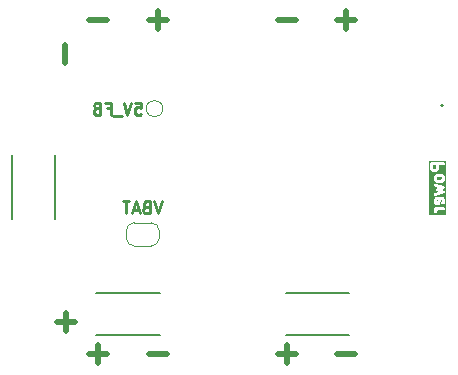
<source format=gbr>
%TF.GenerationSoftware,KiCad,Pcbnew,9.0.2*%
%TF.CreationDate,2025-07-12T02:52:05+01:00*%
%TF.ProjectId,PDB_AURA,5044425f-4155-4524-912e-6b696361645f,rev?*%
%TF.SameCoordinates,Original*%
%TF.FileFunction,Legend,Bot*%
%TF.FilePolarity,Positive*%
%FSLAX46Y46*%
G04 Gerber Fmt 4.6, Leading zero omitted, Abs format (unit mm)*
G04 Created by KiCad (PCBNEW 9.0.2) date 2025-07-12 02:52:05*
%MOMM*%
%LPD*%
G01*
G04 APERTURE LIST*
%ADD10C,0.500000*%
%ADD11C,0.250000*%
%ADD12C,0.200000*%
%ADD13C,0.120000*%
G04 APERTURE END LIST*
D10*
X65261904Y-89137333D02*
X63738095Y-89137333D01*
X64499999Y-89899238D02*
X64499999Y-88375428D01*
X86261904Y-89137333D02*
X84738095Y-89137333D01*
X81261904Y-89137333D02*
X79738095Y-89137333D01*
X80499999Y-89899238D02*
X80499999Y-88375428D01*
X70261904Y-89137333D02*
X68738095Y-89137333D01*
X61637333Y-62988095D02*
X61637333Y-64511905D01*
D11*
G36*
X93172303Y-76261098D02*
G01*
X93157952Y-76232396D01*
X93157952Y-76100936D01*
X93173740Y-76069359D01*
X93205318Y-76053571D01*
X93213809Y-76053571D01*
X93172303Y-76261098D01*
G37*
G36*
X93530336Y-74126541D02*
G01*
X93549268Y-74145473D01*
X93574619Y-74196174D01*
X93574619Y-74280014D01*
X93549268Y-74330715D01*
X93530336Y-74349648D01*
X93479634Y-74374999D01*
X93252937Y-74374999D01*
X93202235Y-74349648D01*
X93183302Y-74330716D01*
X93157952Y-74280015D01*
X93157952Y-74196174D01*
X93183302Y-74145472D01*
X93202235Y-74126540D01*
X93252937Y-74101190D01*
X93479634Y-74101190D01*
X93530336Y-74126541D01*
G37*
G36*
X93098428Y-73375252D02*
G01*
X93073077Y-73425953D01*
X93054145Y-73444886D01*
X93003444Y-73470237D01*
X92919604Y-73470237D01*
X92868902Y-73444886D01*
X92849969Y-73425954D01*
X92824619Y-73375253D01*
X92824619Y-73148809D01*
X93098428Y-73148809D01*
X93098428Y-73375252D01*
G37*
G36*
X93949619Y-77366645D02*
G01*
X92449619Y-77366645D01*
X92449619Y-77023809D01*
X92907952Y-77023809D01*
X92907952Y-77119047D01*
X92910354Y-77143433D01*
X92929018Y-77188493D01*
X92963506Y-77222981D01*
X93008566Y-77241645D01*
X93057338Y-77241645D01*
X93102398Y-77222981D01*
X93136886Y-77188493D01*
X93155550Y-77143433D01*
X93157952Y-77119047D01*
X93157952Y-77053317D01*
X93183302Y-77002615D01*
X93202235Y-76983683D01*
X93252937Y-76958333D01*
X93699619Y-76958333D01*
X93724005Y-76955931D01*
X93769065Y-76937267D01*
X93803553Y-76902779D01*
X93822217Y-76857719D01*
X93822217Y-76808947D01*
X93803553Y-76763887D01*
X93769065Y-76729399D01*
X93724005Y-76710735D01*
X93699619Y-76708333D01*
X93032952Y-76708333D01*
X93008566Y-76710735D01*
X92963506Y-76729399D01*
X92929018Y-76763887D01*
X92910354Y-76808947D01*
X92910354Y-76857719D01*
X92929018Y-76902779D01*
X92945481Y-76919242D01*
X92921149Y-76967907D01*
X92912391Y-76990793D01*
X92912072Y-76995274D01*
X92910354Y-76999423D01*
X92907952Y-77023809D01*
X92449619Y-77023809D01*
X92449619Y-76071428D01*
X92907952Y-76071428D01*
X92907952Y-76261904D01*
X92910354Y-76286290D01*
X92912072Y-76290438D01*
X92912391Y-76294920D01*
X92921149Y-76317806D01*
X92968767Y-76413043D01*
X92971334Y-76417121D01*
X92971976Y-76419046D01*
X92974055Y-76421443D01*
X92981822Y-76433781D01*
X92993662Y-76444050D01*
X93003932Y-76455891D01*
X93016268Y-76463657D01*
X93018667Y-76465737D01*
X93020592Y-76466378D01*
X93024669Y-76468945D01*
X93119907Y-76516564D01*
X93142793Y-76525322D01*
X93147273Y-76525640D01*
X93151423Y-76527359D01*
X93175809Y-76529761D01*
X93270916Y-76529761D01*
X93271047Y-76529761D01*
X93295433Y-76527359D01*
X93306747Y-76522672D01*
X93318761Y-76520296D01*
X93329058Y-76513431D01*
X93340493Y-76508695D01*
X93349152Y-76500035D01*
X93359343Y-76493242D01*
X93366230Y-76482957D01*
X93374981Y-76474207D01*
X93379667Y-76462892D01*
X93386482Y-76452717D01*
X93393620Y-76429276D01*
X93468761Y-76053571D01*
X93527252Y-76053571D01*
X93558830Y-76069360D01*
X93574619Y-76100936D01*
X93574619Y-76232395D01*
X93540197Y-76301240D01*
X93531439Y-76324126D01*
X93527981Y-76372776D01*
X93543405Y-76419046D01*
X93575361Y-76455891D01*
X93618984Y-76477703D01*
X93667634Y-76481161D01*
X93713904Y-76465737D01*
X93750749Y-76433781D01*
X93763803Y-76413044D01*
X93811422Y-76317806D01*
X93820180Y-76294920D01*
X93820498Y-76290439D01*
X93822217Y-76286290D01*
X93824619Y-76261904D01*
X93824619Y-76071428D01*
X93822217Y-76047042D01*
X93820498Y-76042892D01*
X93820180Y-76038412D01*
X93811422Y-76015526D01*
X93763803Y-75920288D01*
X93761237Y-75916212D01*
X93760595Y-75914285D01*
X93758513Y-75911884D01*
X93750749Y-75899551D01*
X93738909Y-75889282D01*
X93728638Y-75877440D01*
X93716300Y-75869673D01*
X93713904Y-75867595D01*
X93711979Y-75866953D01*
X93707901Y-75864386D01*
X93612662Y-75816767D01*
X93589776Y-75808010D01*
X93585296Y-75807691D01*
X93581147Y-75805973D01*
X93556761Y-75803571D01*
X93175809Y-75803571D01*
X93151423Y-75805973D01*
X93147273Y-75807691D01*
X93142793Y-75808010D01*
X93119907Y-75816768D01*
X93024669Y-75864387D01*
X93020592Y-75866953D01*
X93018667Y-75867595D01*
X93016268Y-75869674D01*
X93003932Y-75877441D01*
X92993662Y-75889281D01*
X92981822Y-75899551D01*
X92974055Y-75911888D01*
X92971976Y-75914286D01*
X92971334Y-75916210D01*
X92968767Y-75920289D01*
X92921149Y-76015526D01*
X92912391Y-76038412D01*
X92912072Y-76042893D01*
X92910354Y-76047042D01*
X92907952Y-76071428D01*
X92449619Y-76071428D01*
X92449619Y-74823101D01*
X92908372Y-74823101D01*
X92913939Y-74871554D01*
X92937625Y-74914190D01*
X92975824Y-74944515D01*
X92998612Y-74953524D01*
X93313697Y-75043547D01*
X93177004Y-75098225D01*
X93155254Y-75109512D01*
X93154143Y-75110595D01*
X93152719Y-75111206D01*
X93136731Y-75127588D01*
X93120349Y-75143576D01*
X93119738Y-75145000D01*
X93118655Y-75146111D01*
X93110154Y-75167363D01*
X93101136Y-75188406D01*
X93101117Y-75189957D01*
X93100542Y-75191395D01*
X93100820Y-75214285D01*
X93100542Y-75237175D01*
X93101117Y-75238612D01*
X93101136Y-75240164D01*
X93110154Y-75261206D01*
X93118655Y-75282459D01*
X93119738Y-75283569D01*
X93120349Y-75284994D01*
X93136731Y-75300981D01*
X93152719Y-75317364D01*
X93154143Y-75317974D01*
X93155254Y-75319058D01*
X93177004Y-75330345D01*
X93313697Y-75385022D01*
X92998612Y-75475046D01*
X92975824Y-75484055D01*
X92937625Y-75514380D01*
X92913939Y-75557016D01*
X92908372Y-75605469D01*
X92921770Y-75652365D01*
X92952095Y-75690564D01*
X92994731Y-75714250D01*
X93043184Y-75719817D01*
X93067292Y-75715428D01*
X93733959Y-75524952D01*
X93756747Y-75515943D01*
X93762995Y-75510982D01*
X93770328Y-75507840D01*
X93781929Y-75495951D01*
X93794946Y-75485618D01*
X93798822Y-75478640D01*
X93804391Y-75472934D01*
X93810560Y-75457511D01*
X93818632Y-75442982D01*
X93819542Y-75435056D01*
X93822505Y-75427651D01*
X93822302Y-75411034D01*
X93824199Y-75394529D01*
X93822008Y-75386860D01*
X93821911Y-75378882D01*
X93815365Y-75363608D01*
X93810801Y-75347633D01*
X93805840Y-75341384D01*
X93802698Y-75334052D01*
X93790808Y-75322449D01*
X93780476Y-75309434D01*
X93773500Y-75305558D01*
X93767792Y-75299988D01*
X93746043Y-75288701D01*
X93560002Y-75214285D01*
X93746043Y-75139869D01*
X93767792Y-75128582D01*
X93773500Y-75123011D01*
X93780476Y-75119136D01*
X93790808Y-75106120D01*
X93802698Y-75094518D01*
X93805840Y-75087185D01*
X93810801Y-75080937D01*
X93815365Y-75064961D01*
X93821911Y-75049688D01*
X93822008Y-75041709D01*
X93824199Y-75034041D01*
X93822302Y-75017535D01*
X93822505Y-75000919D01*
X93819542Y-74993513D01*
X93818632Y-74985588D01*
X93810560Y-74971058D01*
X93804391Y-74955636D01*
X93798822Y-74949929D01*
X93794946Y-74942952D01*
X93781929Y-74932618D01*
X93770328Y-74920730D01*
X93762995Y-74917587D01*
X93756747Y-74912627D01*
X93733959Y-74903618D01*
X93067292Y-74713142D01*
X93043184Y-74708753D01*
X92994731Y-74714320D01*
X92952095Y-74738006D01*
X92921770Y-74776205D01*
X92908372Y-74823101D01*
X92449619Y-74823101D01*
X92449619Y-74166666D01*
X92907952Y-74166666D01*
X92907952Y-74309523D01*
X92910354Y-74333909D01*
X92912072Y-74338057D01*
X92912391Y-74342539D01*
X92921149Y-74365425D01*
X92968767Y-74460662D01*
X92975376Y-74471160D01*
X92976638Y-74474207D01*
X92979453Y-74477638D01*
X92981822Y-74481400D01*
X92984316Y-74483563D01*
X92992183Y-74493149D01*
X93039801Y-74540768D01*
X93049389Y-74548637D01*
X93051551Y-74551129D01*
X93055308Y-74553494D01*
X93058743Y-74556313D01*
X93061793Y-74557576D01*
X93072288Y-74564183D01*
X93167526Y-74611802D01*
X93190412Y-74620560D01*
X93194892Y-74620878D01*
X93199042Y-74622597D01*
X93223428Y-74624999D01*
X93509142Y-74624999D01*
X93533528Y-74622597D01*
X93537676Y-74620878D01*
X93542158Y-74620560D01*
X93565044Y-74611802D01*
X93660281Y-74564184D01*
X93670777Y-74557576D01*
X93673825Y-74556314D01*
X93677258Y-74553496D01*
X93681019Y-74551129D01*
X93683182Y-74548634D01*
X93692767Y-74540769D01*
X93740387Y-74493150D01*
X93748256Y-74483561D01*
X93750749Y-74481400D01*
X93753112Y-74477645D01*
X93755933Y-74474209D01*
X93757197Y-74471155D01*
X93763803Y-74460663D01*
X93811422Y-74365425D01*
X93820180Y-74342539D01*
X93820498Y-74338058D01*
X93822217Y-74333909D01*
X93824619Y-74309523D01*
X93824619Y-74166666D01*
X93822217Y-74142280D01*
X93820498Y-74138130D01*
X93820180Y-74133650D01*
X93811422Y-74110764D01*
X93763803Y-74015526D01*
X93757197Y-74005033D01*
X93755933Y-74001980D01*
X93753112Y-73998543D01*
X93750749Y-73994789D01*
X93748256Y-73992627D01*
X93740387Y-73983039D01*
X93692767Y-73935420D01*
X93683182Y-73927554D01*
X93681019Y-73925060D01*
X93677258Y-73922692D01*
X93673825Y-73919875D01*
X93670777Y-73918612D01*
X93660281Y-73912005D01*
X93565044Y-73864387D01*
X93542158Y-73855629D01*
X93537676Y-73855310D01*
X93533528Y-73853592D01*
X93509142Y-73851190D01*
X93223428Y-73851190D01*
X93199042Y-73853592D01*
X93194892Y-73855310D01*
X93190412Y-73855629D01*
X93167526Y-73864387D01*
X93072288Y-73912006D01*
X93061793Y-73918612D01*
X93058743Y-73919876D01*
X93055308Y-73922694D01*
X93051551Y-73925060D01*
X93049389Y-73927551D01*
X93039801Y-73935421D01*
X92992183Y-73983040D01*
X92984316Y-73992625D01*
X92981822Y-73994789D01*
X92979453Y-73998550D01*
X92976638Y-74001982D01*
X92975376Y-74005028D01*
X92968767Y-74015527D01*
X92921149Y-74110764D01*
X92912391Y-74133650D01*
X92912072Y-74138131D01*
X92910354Y-74142280D01*
X92907952Y-74166666D01*
X92449619Y-74166666D01*
X92449619Y-73023809D01*
X92574619Y-73023809D01*
X92574619Y-73404761D01*
X92577021Y-73429147D01*
X92578739Y-73433295D01*
X92579058Y-73437777D01*
X92587816Y-73460663D01*
X92635434Y-73555900D01*
X92642043Y-73566398D01*
X92643305Y-73569445D01*
X92646120Y-73572876D01*
X92648489Y-73576638D01*
X92650983Y-73578801D01*
X92658850Y-73588387D01*
X92706468Y-73636006D01*
X92716056Y-73643875D01*
X92718218Y-73646367D01*
X92721975Y-73648732D01*
X92725410Y-73651551D01*
X92728460Y-73652814D01*
X92738955Y-73659421D01*
X92834193Y-73707040D01*
X92857079Y-73715798D01*
X92861559Y-73716116D01*
X92865709Y-73717835D01*
X92890095Y-73720237D01*
X93032952Y-73720237D01*
X93057338Y-73717835D01*
X93061486Y-73716116D01*
X93065968Y-73715798D01*
X93088854Y-73707040D01*
X93184091Y-73659422D01*
X93194589Y-73652812D01*
X93197636Y-73651551D01*
X93201067Y-73648735D01*
X93204829Y-73646367D01*
X93206992Y-73643872D01*
X93216578Y-73636006D01*
X93264197Y-73588388D01*
X93272066Y-73578799D01*
X93274558Y-73576638D01*
X93276923Y-73572880D01*
X93279742Y-73569446D01*
X93281005Y-73566395D01*
X93287612Y-73555901D01*
X93335231Y-73460663D01*
X93343989Y-73437777D01*
X93344307Y-73433296D01*
X93346026Y-73429147D01*
X93348428Y-73404761D01*
X93348428Y-73148809D01*
X93699619Y-73148809D01*
X93724005Y-73146407D01*
X93769065Y-73127743D01*
X93803553Y-73093255D01*
X93822217Y-73048195D01*
X93822217Y-72999423D01*
X93803553Y-72954363D01*
X93769065Y-72919875D01*
X93724005Y-72901211D01*
X93699619Y-72898809D01*
X92699619Y-72898809D01*
X92675233Y-72901211D01*
X92630173Y-72919875D01*
X92595685Y-72954363D01*
X92577021Y-72999423D01*
X92574619Y-73023809D01*
X92449619Y-73023809D01*
X92449619Y-72773809D01*
X93949619Y-72773809D01*
X93949619Y-77366645D01*
G37*
D10*
X81261904Y-60887333D02*
X79738095Y-60887333D01*
X70261904Y-60887333D02*
X68738095Y-60887333D01*
X69499999Y-61649238D02*
X69499999Y-60125428D01*
X65261904Y-60887333D02*
X63738095Y-60887333D01*
X86261904Y-60887333D02*
X84738095Y-60887333D01*
X85499999Y-61649238D02*
X85499999Y-60125428D01*
D11*
X69840288Y-76214619D02*
X69506955Y-77214619D01*
X69506955Y-77214619D02*
X69173622Y-76214619D01*
X68506955Y-76690809D02*
X68364098Y-76738428D01*
X68364098Y-76738428D02*
X68316479Y-76786047D01*
X68316479Y-76786047D02*
X68268860Y-76881285D01*
X68268860Y-76881285D02*
X68268860Y-77024142D01*
X68268860Y-77024142D02*
X68316479Y-77119380D01*
X68316479Y-77119380D02*
X68364098Y-77167000D01*
X68364098Y-77167000D02*
X68459336Y-77214619D01*
X68459336Y-77214619D02*
X68840288Y-77214619D01*
X68840288Y-77214619D02*
X68840288Y-76214619D01*
X68840288Y-76214619D02*
X68506955Y-76214619D01*
X68506955Y-76214619D02*
X68411717Y-76262238D01*
X68411717Y-76262238D02*
X68364098Y-76309857D01*
X68364098Y-76309857D02*
X68316479Y-76405095D01*
X68316479Y-76405095D02*
X68316479Y-76500333D01*
X68316479Y-76500333D02*
X68364098Y-76595571D01*
X68364098Y-76595571D02*
X68411717Y-76643190D01*
X68411717Y-76643190D02*
X68506955Y-76690809D01*
X68506955Y-76690809D02*
X68840288Y-76690809D01*
X67887907Y-76928904D02*
X67411717Y-76928904D01*
X67983145Y-77214619D02*
X67649812Y-76214619D01*
X67649812Y-76214619D02*
X67316479Y-77214619D01*
X67126002Y-76214619D02*
X66554574Y-76214619D01*
X66840288Y-77214619D02*
X66840288Y-76214619D01*
X67621241Y-67864619D02*
X68097431Y-67864619D01*
X68097431Y-67864619D02*
X68145050Y-68340809D01*
X68145050Y-68340809D02*
X68097431Y-68293190D01*
X68097431Y-68293190D02*
X68002193Y-68245571D01*
X68002193Y-68245571D02*
X67764098Y-68245571D01*
X67764098Y-68245571D02*
X67668860Y-68293190D01*
X67668860Y-68293190D02*
X67621241Y-68340809D01*
X67621241Y-68340809D02*
X67573622Y-68436047D01*
X67573622Y-68436047D02*
X67573622Y-68674142D01*
X67573622Y-68674142D02*
X67621241Y-68769380D01*
X67621241Y-68769380D02*
X67668860Y-68817000D01*
X67668860Y-68817000D02*
X67764098Y-68864619D01*
X67764098Y-68864619D02*
X68002193Y-68864619D01*
X68002193Y-68864619D02*
X68097431Y-68817000D01*
X68097431Y-68817000D02*
X68145050Y-68769380D01*
X67287907Y-67864619D02*
X66954574Y-68864619D01*
X66954574Y-68864619D02*
X66621241Y-67864619D01*
X66526003Y-68959857D02*
X65764098Y-68959857D01*
X65192669Y-68340809D02*
X65526002Y-68340809D01*
X65526002Y-68864619D02*
X65526002Y-67864619D01*
X65526002Y-67864619D02*
X65049812Y-67864619D01*
X64335526Y-68340809D02*
X64192669Y-68388428D01*
X64192669Y-68388428D02*
X64145050Y-68436047D01*
X64145050Y-68436047D02*
X64097431Y-68531285D01*
X64097431Y-68531285D02*
X64097431Y-68674142D01*
X64097431Y-68674142D02*
X64145050Y-68769380D01*
X64145050Y-68769380D02*
X64192669Y-68817000D01*
X64192669Y-68817000D02*
X64287907Y-68864619D01*
X64287907Y-68864619D02*
X64668859Y-68864619D01*
X64668859Y-68864619D02*
X64668859Y-67864619D01*
X64668859Y-67864619D02*
X64335526Y-67864619D01*
X64335526Y-67864619D02*
X64240288Y-67912238D01*
X64240288Y-67912238D02*
X64192669Y-67959857D01*
X64192669Y-67959857D02*
X64145050Y-68055095D01*
X64145050Y-68055095D02*
X64145050Y-68150333D01*
X64145050Y-68150333D02*
X64192669Y-68245571D01*
X64192669Y-68245571D02*
X64240288Y-68293190D01*
X64240288Y-68293190D02*
X64335526Y-68340809D01*
X64335526Y-68340809D02*
X64668859Y-68340809D01*
D10*
X61787333Y-85638095D02*
X61787333Y-87161905D01*
X62549238Y-86400000D02*
X61025428Y-86400000D01*
D12*
%TO.C,D305*%
X80350000Y-83940000D02*
X85750000Y-83940000D01*
X85750000Y-87560000D02*
X80350000Y-87560000D01*
%TO.C,D304*%
X64300000Y-83940000D02*
X69700000Y-83940000D01*
X69700000Y-87560000D02*
X64300000Y-87560000D01*
%TO.C,D101*%
X60810000Y-72300000D02*
X60810000Y-77700000D01*
X57190000Y-77700000D02*
X57190000Y-72300000D01*
D13*
%TO.C,JP100*%
X66850000Y-78700000D02*
X66850000Y-79300000D01*
X67550000Y-80000000D02*
X68950000Y-80000000D01*
X68950000Y-78000000D02*
X67550000Y-78000000D01*
X69650000Y-79300000D02*
X69650000Y-78700000D01*
X66850000Y-78700000D02*
G75*
G02*
X67550000Y-78000000I699999J1D01*
G01*
X67550000Y-80000000D02*
G75*
G02*
X66850000Y-79300000I-1J699999D01*
G01*
X68950000Y-78000000D02*
G75*
G02*
X69650000Y-78700000I0J-700000D01*
G01*
X69650000Y-79300000D02*
G75*
G02*
X68950000Y-80000000I-700000J0D01*
G01*
D12*
%TO.C,J302*%
X93648000Y-68099000D02*
G75*
G02*
X93492000Y-68099000I-78000J0D01*
G01*
X93492000Y-68099000D02*
G75*
G02*
X93648000Y-68099000I78000J0D01*
G01*
D13*
%TO.C,TP201*%
X69950000Y-68350000D02*
G75*
G02*
X68550000Y-68350000I-700000J0D01*
G01*
X68550000Y-68350000D02*
G75*
G02*
X69950000Y-68350000I700000J0D01*
G01*
%TD*%
M02*

</source>
